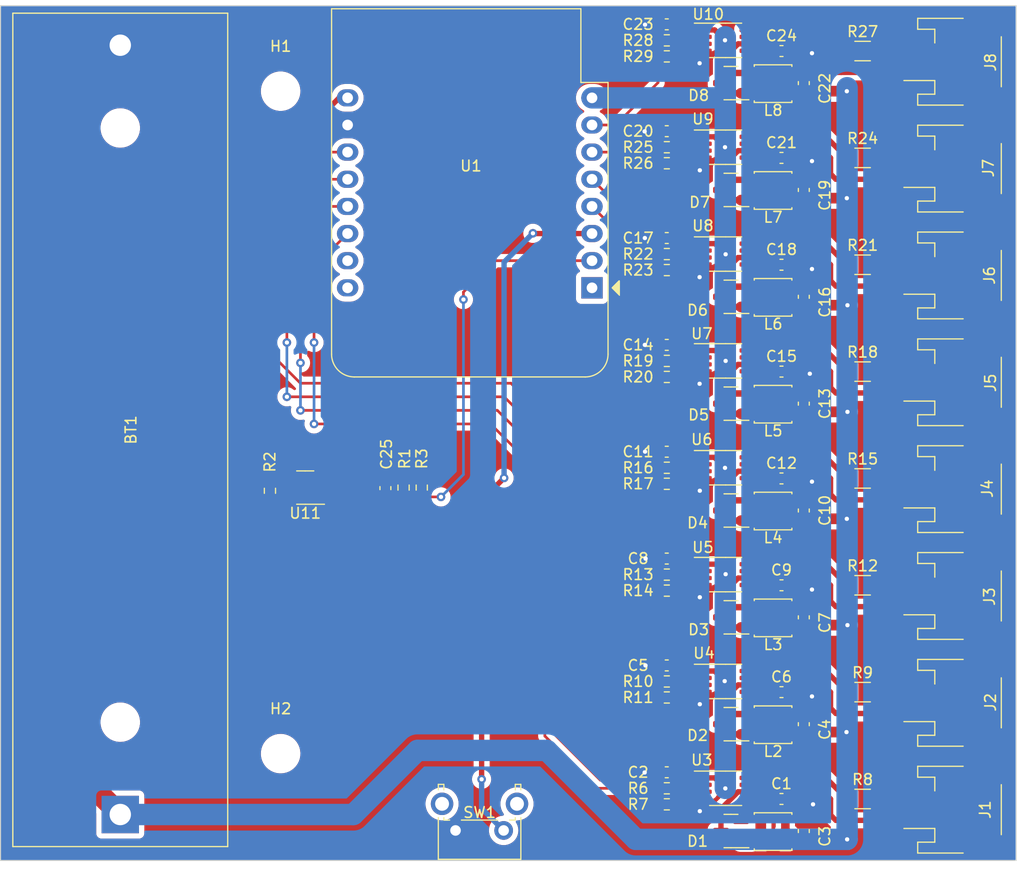
<source format=kicad_pcb>
(kicad_pcb (version 20221018) (generator pcbnew)
  (layers (0 "F.Cu" signal) (31 "B.Cu" signal) (34 "B.Paste" user) (35 "F.Paste" user) (36 "B.SilkS" user "B.Silkscreen") (37 "F.SilkS" user "F.Silkscreen") (38 "B.Mask" user) (39 "F.Mask" user) (44 "Edge.Cuts" user))
  (net 0 "")
  (net 1 "Net-(U1-A0)")
  (net 2 "Net-(U11-PROG)")
  (net 3 "GND")
  (net 4 "+3V3")
  (net 5 "+3V8")
  (net 6 "Net-(J1-Pin_1)")
  (net 7 "Net-(J1-Pin_2)")
  (net 8 "Net-(J2-Pin_1)")
  (net 9 "Net-(J2-Pin_2)")
  (net 10 "Net-(J3-Pin_1)")
  (net 11 "Net-(J3-Pin_2)")
  (net 12 "Net-(J4-Pin_1)")
  (net 13 "Net-(J4-Pin_2)")
  (net 14 "Net-(J5-Pin_1)")
  (net 15 "Net-(J5-Pin_2)")
  (net 16 "Net-(J6-Pin_1)")
  (net 17 "Net-(J6-Pin_2)")
  (net 18 "Net-(J7-Pin_1)")
  (net 19 "Net-(J7-Pin_2)")
  (net 20 "Net-(J8-Pin_1)")
  (net 21 "Net-(J8-Pin_2)")
  (net 22 "/EL Drivers/EN_0")
  (net 23 "Net-(U3-RSW-OSC)")
  (net 24 "Net-(U3-REL-OSC)")
  (net 25 "Net-(U3-VA)")
  (net 27 "Net-(U1-D0)")
  (net 28 "Net-(U1-5V)")
  (net 31 "Net-(D1-K)")
  (net 32 "Net-(D1-A)")
  (net 34 "Net-(D2-K)")
  (net 35 "Net-(D3-K)")
  (net 36 "Net-(D4-K)")
  (net 37 "Net-(D5-K)")
  (net 38 "Net-(D6-K)")
  (net 39 "Net-(D7-K)")
  (net 40 "Net-(D8-K)")
  (net 41 "Net-(D2-A)")
  (net 43 "Net-(D3-A)")
  (net 45 "Net-(D4-A)")
  (net 47 "Net-(D5-A)")
  (net 49 "Net-(D6-A)")
  (net 51 "Net-(D7-A)")
  (net 53 "Net-(D8-A)")
  (net 55 "Net-(U4-VA)")
  (net 56 "/EL Drivers/EN_1")
  (net 57 "Net-(U4-RSW-OSC)")
  (net 58 "Net-(U4-REL-OSC)")
  (net 59 "Net-(U5-VA)")
  (net 60 "/EL Drivers/EN_2")
  (net 61 "Net-(U5-RSW-OSC)")
  (net 62 "Net-(U5-REL-OSC)")
  (net 63 "Net-(U6-VA)")
  (net 64 "/EL Drivers/EN_3")
  (net 65 "Net-(U6-RSW-OSC)")
  (net 66 "Net-(U6-REL-OSC)")
  (net 67 "Net-(U7-VA)")
  (net 68 "/EL Drivers/EN_4")
  (net 69 "Net-(U7-RSW-OSC)")
  (net 70 "Net-(U7-REL-OSC)")
  (net 71 "Net-(U8-VA)")
  (net 72 "/EL Drivers/EN_5")
  (net 73 "Net-(U8-RSW-OSC)")
  (net 74 "Net-(U8-REL-OSC)")
  (net 75 "Net-(U9-VA)")
  (net 76 "/EL Drivers/EN_6")
  (net 77 "Net-(U9-RSW-OSC)")
  (net 78 "Net-(U9-REL-OSC)")
  (net 79 "Net-(U10-VA)")
  (net 80 "/EL Drivers/EN_7")
  (net 81 "Net-(U10-RSW-OSC)")
  (net 82 "Net-(U10-REL-OSC)")
  (footprint "Inductor_SMD:L_Changjiang_FNR3015S" (layer "F.Cu") (at 152.2625 77.295 180)
    (fp_text reference "L6")
    (fp_text value "220uH")
  )
  (footprint "Capacitor_SMD:C_0603_1608Metric" (layer "F.Cu") (at 142.3175 91.745 180)
    (fp_text reference "C11")
    (fp_text value "100nF 6.3V")
  )
  (footprint "Inductor_SMD:L_Changjiang_FNR3015S" (layer "F.Cu") (at 152.2625 117.295 180)
    (fp_text reference "L2")
    (fp_text value "220uH")
  )
  (footprint "Inductor_SMD:L_Changjiang_FNR3015S" (layer "F.Cu") (at 152.2625 97.295 180)
    (fp_text reference "L4")
    (fp_text value "220uH")
  )
  (footprint "Capacitor_SMD:C_0603_1608Metric" (layer "F.Cu") (at 142.3175 61.745 180)
    (fp_text reference "C20")
    (fp_text value "100nF 6.3V")
  )
  (footprint "Package_TO_SOT_SMD:SOT-23" (layer "F.Cu") (at 148.325 87.245 180)
    (fp_text reference "D5")
    (fp_text value "BAS21")
  )
  (footprint "Battery:BatteryHolder_MPD_BH-18650-PC2" (layer "F.Cu") (at 91.2 125.7 90)
    (fp_text reference "BT1")
    (fp_text value "Battery")
  )
  (footprint "Package_TO_SOT_SMD:SOT-23" (layer "F.Cu") (at 148.325 127.245 180)
    (fp_text reference "D1")
    (fp_text value "BAS21")
  )
  (footprint "Resistor_SMD:R_0603_1608Metric" (layer "F.Cu") (at 142.325 123.245)
    (fp_text reference "R6")
    (fp_text value "560k")
  )
  (footprint "Package_SO:MSOP-8_3x3mm_P0.65mm" (layer "F.Cu") (at 147.825 123.245)
    (fp_text reference "U3")
    (fp_text value "HV857MG-G")
  )
  (footprint "Package_TO_SOT_SMD:SOT-23" (layer "F.Cu") (at 148.325 97.245 180)
    (fp_text reference "D4")
    (fp_text value "BAS21")
  )
  (footprint "Resistor_SMD:R_0603_1608Metric" (layer "F.Cu") (at 142.325 84.745 180)
    (fp_text reference "R20")
    (fp_text value "2.0M")
  )
  (footprint "Inductor_SMD:L_Changjiang_FNR3015S" (layer "F.Cu") (at 152.2625 107.295 180)
    (fp_text reference "L3")
    (fp_text value "220uH")
  )
  (footprint "Resistor_SMD:R_0603_1608Metric" (layer "F.Cu") (at 117.7 95.1 -90)
    (fp_text reference "R1")
    (fp_text value "470k")
  )
  (footprint "Capacitor_SMD:C_0603_1608Metric" (layer "F.Cu") (at 142.3175 111.745 180)
    (fp_text reference "C5")
    (fp_text value "100nF 6.3V")
  )
  (footprint "Resistor_SMD:R_0603_1608Metric" (layer "F.Cu") (at 142.325 63.245)
    (fp_text reference "R25")
    (fp_text value "560k")
  )
  (footprint "Resistor_SMD:R_0603_1608Metric" (layer "F.Cu") (at 142.325 104.745 180)
    (fp_text reference "R14")
    (fp_text value "2.0M")
  )
  (footprint "Capacitor_SMD:C_0603_1608Metric" (layer "F.Cu") (at 155.1375 117.245 90)
    (fp_text reference "C4")
    (fp_text value "4.7uF 6.3V")
  )
  (footprint "Package_SO:MSOP-8_3x3mm_P0.65mm" (layer "F.Cu") (at 147.825 63.245)
    (fp_text reference "U9")
    (fp_text value "HV857MG-G")
  )
  (footprint "Resistor_SMD:R_1206_3216Metric" (layer "F.Cu") (at 160.6375 64.245)
    (fp_text reference "R24")
    (fp_text value "560k")
  )
  (footprint "Connector_JST:JST_PH_S2B-PH-SM4-TB_1x02-1MP_P2.00mm_Horizontal" (layer "F.Cu") (at 169.1 125.245 90)
    (fp_text reference "J1")
    (fp_text value "JST PH series")
  )
  (footprint "Connector_JST:JST_PH_S2B-PH-SM4-TB_1x02-1MP_P2.00mm_Horizontal" (layer "F.Cu") (at 169.1 95.245 90)
    (fp_text reference "J4")
    (fp_text value "JST PH series")
  )
  (footprint "Package_SO:MSOP-8_3x3mm_P0.65mm" (layer "F.Cu") (at 147.825 73.245)
    (fp_text reference "U8")
    (fp_text value "HV857MG-G")
  )
  (footprint "Inductor_SMD:L_Changjiang_FNR3015S" (layer "F.Cu") (at 152.2625 57.295 180)
    (fp_text reference "L8")
    (fp_text value "220uH")
  )
  (footprint "Resistor_SMD:R_1206_3216Metric" (layer "F.Cu") (at 160.6375 114.245)
    (fp_text reference "R9")
    (fp_text value "560k")
  )
  (footprint "Package_SO:MSOP-8_3x3mm_P0.65mm" (layer "F.Cu") (at 147.825 83.245)
    (fp_text reference "U7")
    (fp_text value "HV857MG-G")
  )
  (footprint "Capacitor_SMD:C_0603_1608Metric" (layer "F.Cu") (at 155.1375 67.245 90)
    (fp_text reference "C19")
    (fp_text value "4.7uF 6.3V")
  )
  (footprint "Resistor_SMD:R_1206_3216Metric" (layer "F.Cu") (at 160.6375 74.245)
    (fp_text reference "R21")
    (fp_text value "560k")
  )
  (footprint "Resistor_SMD:R_0603_1608Metric" (layer "F.Cu") (at 142.325 74.745 180)
    (fp_text reference "R23")
    (fp_text value "2.0M")
  )
  (footprint "Connector_JST:JST_PH_S2B-PH-SM4-TB_1x02-1MP_P2.00mm_Horizontal" (layer "F.Cu") (at 169.1 55.245 90)
    (fp_text reference "J8")
    (fp_text value "JST PH series")
  )
  (footprint "Resistor_SMD:R_0603_1608Metric" (layer "F.Cu") (at 142.325 103.245)
    (fp_text reference "R13")
    (fp_text value "560k")
  )
  (footprint "Resistor_SMD:R_1206_3216Metric" (layer "F.Cu") (at 160.6375 54.245)
    (fp_text reference "R27")
    (fp_text value "560k")
  )
  (footprint "Resistor_SMD:R_0603_1608Metric" (layer "F.Cu") (at 142.325 94.745 180)
    (fp_text reference "R17")
    (fp_text value "2.0M")
  )
  (footprint "Resistor_SMD:R_0603_1608Metric" (layer "F.Cu") (at 119.4 95.1 90)
    (fp_text reference "R3")
    (fp_text value "1M")
  )
  (footprint "Resistor_SMD:R_0603_1608Metric" (layer "F.Cu") (at 142.325 124.745 180)
    (fp_text reference "R7")
    (fp_text value "2.0M")
  )
  (footprint "Capacitor_SMD:C_0603_1608Metric" (layer "F.Cu") (at 142.3175 81.745 180)
    (fp_text reference "C14")
    (fp_text value "100nF 6.3V")
  )
  (footprint "Capacitor_SMD:C_0603_1608Metric" (layer "F.Cu") (at 153.05 74.245)
    (fp_text reference "C18")
    (fp_text value "3.3nF 100V")
  )
  (footprint "Capacitor_SMD:C_0603_1608Metric" (layer "F.Cu") (at 153.05 124.245)
    (fp_text reference "C1")
    (fp_text value "3.3nF 100V")
  )
  (footprint "Package_TO_SOT_SMD:SOT-23" (layer "F.Cu") (at 148.325 67.245 180)
    (fp_text reference "D7")
    (fp_text value "BAS21")
  )
  (footprint "Resistor_SMD:R_1206_3216Metric" (layer "F.Cu") (at 160.6375 124.245)
    (fp_text reference "R8")
    (fp_text value "560k")
  )
  (footprint "Resistor_SMD:R_0603_1608Metric" (layer "F.Cu") (at 142.325 114.745 180)
    (fp_text reference "R11")
    (fp_text value "2.0M")
  )
  (footprint "Capacitor_SMD:C_0603_1608Metric" (layer "F.Cu") (at 153.05 114.245)
    (fp_text reference "C6")
    (fp_text value "3.3nF 100V")
  )
  (footprint "Resistor_SMD:R_1206_3216Metric" (layer "F.Cu") (at 160.6375 94.245)
    (fp_text reference "R15")
    (fp_text value "560k")
  )
  (footprint "Inductor_SMD:L_Changjiang_FNR3015S" (layer "F.Cu") (at 152.2625 127.295 180)
    (fp_text reference "L1" hide)
    (fp_text value "220uH")
  )
  (footprint "Capacitor_SMD:C_0603_1608Metric" (layer "F.Cu") (at 142.3175 71.745 180)
    (fp_text reference "C17")
    (fp_text value "100nF 6.3V")
  )
  (footprint "Connector_JST:JST_PH_S2B-PH-SM4-TB_1x02-1MP_P2.00mm_Horizontal" (layer "F.Cu") (at 169.1 65.245 90)
    (fp_text reference "J7")
    (fp_text value "JST PH series")
  )
  (footprint "MountingHole:MountingHole_3.2mm_M3" (layer "F.Cu") (at 106.2 120)
    (fp_text reference "H2")
    (fp_text value "MountingHole")
  )
  (footprint "Resistor_SMD:R_0603_1608Metric" (layer "F.Cu") (at 142.325 64.745 180)
    (fp_text reference "R26")
    (fp_text value "2.0M")
  )
  (footprint "Package_TO_SOT_SMD:SOT-23-5" (layer "F.Cu") (at 108.5 95.1 180)
    (fp_text reference "U11")
    (fp_text value "MCP73812T-435I-OT")
  )
  (footprint "Resistor_SMD:R_0603_1608Metric" (layer "F.Cu") (at 142.325 83.245)
    (fp_text reference "R19")
    (fp_text value "560k")
  )
  (footprint "Capacitor_SMD:C_0603_1608Metric" (layer "F.Cu") (at 153.05 84.245)
    (fp_text reference "C15")
    (fp_text value "3.3nF 100V")
  )
  (footprint "Package_SO:MSOP-8_3x3mm_P0.65mm" (layer "F.Cu") (at 147.825 53.245)
    (fp_text reference "U10")
    (fp_text value "HV857MG-G")
  )
  (footprint "Resistor_SMD:R_0603_1608Metric" (layer "F.Cu") (at 105.2 95.4 -90)
    (fp_text reference "R2")
    (fp_text value "2k")
  )
  (footprint "Capacitor_SMD:C_0603_1608Metric" (layer "F.Cu") (at 142.3175 101.745 180)
    (fp_text reference "C8")
    (fp_text value "100nF 6.3V")
  )
  (footprint "Capacitor_SMD:C_0603_1608Metric" (layer "F.Cu") (at 153.05 94.245)
    (fp_text reference "C12")
    (fp_text value "3.3nF 100V")
  )
  (footprint "Capacitor_SMD:C_0603_1608Metric" (layer "F.Cu") (at 155.1375 87.245 90)
    (fp_text reference "C13")
    (fp_text value "4.7uF 6.3V")
  )
  (footprint "Capacitor_SMD:C_0603_1608Metric" (layer "F.Cu") (at 155.1375 57.245 90)
    (fp_text reference "C22")
    (fp_text value "4.7uF 6.3V")
  )
  (footprint "Inductor_SMD:L_Changjiang_FNR3015S" (layer "F.Cu") (at 152.2625 67.295 180)
    (fp_text reference "L7")
    (fp_text value "220uH")
  )
  (footprint "Capacitor_SMD:C_0603_1608Metric" (layer "F.Cu") (at 142.3175 51.745 180)
    (fp_text reference "C23")
    (fp_text value "100nF 6.3V")
  )
  (footprint "Resistor_SMD:R_0603_1608Metric" (layer "F.Cu") (at 142.325 54.745 180)
    (fp_text reference "R29")
    (fp_text value "2.0M")
  )
  (footprint "Capacitor_SMD:C_0603_1608Metric" (layer "F.Cu") (at 155.1375 97.245 90)
    (fp_text reference "C10")
    (fp_text value "4.7uF 6.3V")
  )
  (footprint "Resistor_SMD:R_1206_3216Metric" (layer "F.Cu") (at 160.6375 84.245)
    (fp_text reference "R18")
    (fp_text value "560k")
  )
  (footprint "Package_SO:MSOP-8_3x3mm_P0.65mm" (layer "F.Cu") (at 147.825 103.245)
    (fp_text reference "U5")
    (fp_text value "HV857MG-G")
  )
  (footprint "Resistor_SMD:R_0603_1608Metric" (layer "F.Cu") (at 142.325 53.245)
    (fp_text reference "R28")
    (fp_text value "560k")
  )
  (footprint "Capacitor_SMD:C_0603_1608Metric" (layer "F.Cu") (at 153.05 54.245)
    (fp_text reference "C24")
    (fp_text value "3.3nF 100V")
  )
  (footprint "Module:WEMOS_D1_mini_light" (layer "F.Cu") (at 135.325 76.405 180)
    (fp_text reference "U1")
    (fp_text value "WeMos_D1_mini")
  )
  (footprint "Package_SO:MSOP-8_3x3mm_P0.65mm" (layer "F.Cu") (at 147.825 93.245)
    (fp_text reference "U6")
    (fp_text value "HV857MG-G")
  )
  (footprint "Resistor_SMD:R_0603_1608Metric" (layer "F.Cu") (at 142.325 113.245)
    (fp_text reference "R10")
    (fp_text value "560k")
  )
  (footprint "Resistor_SMD:R_0603_1608Metric" (layer "F.Cu") (at 142.325 93.245)
    (fp_text reference "R16")
    (fp_text value "560k")
  )
  (footprint "Package_TO_SOT_SMD:SOT-23" (layer "F.Cu") (at 148.325 117.245 180)
    (fp_text reference "D2")
    (fp_text value "BAS21")
  )
  (footprint "Capacitor_SMD:C_0603_1608Metric" (layer "F.Cu") (at 142.3175 121.745 180)
    (fp_text reference "C2")
    (fp_text value "100nF 6.3V")
  )
  (footprint "MountingHole:MountingHole_3.2mm_M3" (layer "F.Cu") (at 106.2 58)
    (fp_text reference "H1")
    (fp_text value "MountingHole")
  )
  (footprint "Package_TO_SOT_SMD:SOT-23" (layer "F.Cu") (at 148.325 107.245 180)
    (fp_text reference "D3")
    (fp_text value "BAS21")
  )
  (footprint "Package_TO_SOT_SMD:SOT-23" (layer "F.Cu") (at 148.325 57.245 180)
    (fp_text reference "D8")
    (fp_text value "BAS21")
  )
  (footprint "Button_Switch_THT:SW_Tactile_SPST_Angled_PTS645Vx31-2LFS" (layer "F.Cu") (at 127.06 127.19 180)
    (fp_text reference "SW1")
    (fp_text value "SW_Push")
  )
  (footprint "Connector_JST:JST_PH_S2B-PH-SM4-TB_1x02-1MP_P2.00mm_Horizontal" (layer "F.Cu") (at 169.1 85.245 90)
    (fp_text reference "J5")
    (fp_text value "JST PH series")
  )
  (footprint "Resistor_SMD:R_1206_3216Metric" (layer "F.Cu") (at 160.6375 104.245)
    (fp_text reference "R12")
    (fp_text value "560k")
  )
  (footprint "Package_SO:MSOP-8_3x3mm_P0.65mm" (layer "F.Cu") (at 147.825 113.245)
    (fp_text reference "U4")
    (fp_text value "HV857MG-G")
  )
  (footprint "Inductor_SMD:L_Changjiang_FNR3015S" (layer "F.Cu") (at 152.2625 87.295 180)
    (fp_text reference "L5")
    (fp_text value "220uH")
  )
  (footprint "Capacitor_SMD:C_0603_1608Metric" (layer "F.Cu") (at 155.1375 127.245 90)
    (fp_text reference "C3")
    (fp_text value "4.7uF 6.3V")
  )
  (footprint "Capacitor_SMD:C_0603_1608Metric" (layer "F.Cu") (at 155.1375 107.245 90)
    (fp_text reference "C7")
    (fp_text value "4.7uF 6.3V")
  )
  (footprint "Capacitor_SMD:C_0603_1608Metric" (layer "F.Cu") (at 153.05 104.245)
    (fp_text reference "C9")
    (fp_text value "3.3nF 100V")
  )
  (footprint "Connector_JST:JST_PH_S2B-PH-SM4-TB_1x02-1MP_P2.00mm_Horizontal" (layer "F.Cu") (at 169.1 105.245 90)
    (fp_text reference "J3")
    (fp_text value "JST PH series")
  )
  (footprint "Package_TO_SOT_SMD:SOT-23" (layer "F.Cu") (at 148.325 77.245 180)
    (fp_text reference "D6")
    (fp_text value "BAS21")
  )
  (footprint "Connector_JST:JST_PH_S2B-PH-SM4-TB_1x02-1MP_P2.00mm_Horizontal" (layer "F.Cu") (at 169.1 75.245 90)
    (fp_text reference "J6")
    (fp_text value "JST PH series")
  )
  (footprint "Resistor_SMD:R_0603_1608Metric" (layer "F.Cu") (at 142.325 73.245)
    (fp_text reference "R22")
    (fp_text value "560k")
  )
  (footprint "Capacitor_SMD:C_0603_1608Metric" (layer "F.Cu") (at 153.05 64.245)
    (fp_text reference "C21")
    (fp_text value "3.3nF 100V")
  )
  (footprint "Connector_JST:JST_PH_S2B-PH-SM4-TB_1x02-1MP_P2.00mm_Horizontal" (layer "F.Cu") (at 169.1 115.245 90)
    (fp_text reference "J2")
    (fp_text value "JST PH series")
  )
  (footprint "Capacitor_SMD:C_0603_1608Metric" (layer "F.Cu") (at 155.1375 77.245 90)
    (fp_text reference "C16")
    (fp_text value "4.7uF 6.3V")
  )
  (footprint "Capacitor_SMD:C_0603_1608Metric" (layer "F.Cu") (at 116 95.15 -90)
    (fp_text reference "C25")
    (fp_text value "4.7uF 6.3V")
  )
  (gr_rect (start 80 50) (end 175 130) (stroke (width 0.1)) (fill none) (layer "Edge.Cuts"))
  (segment (start 117.7 95.925) (end 119.4 95.925) (width 0.5) (layer "F.Cu") (net 1))
  (segment (start 121.2 95.975) (end 119.45 95.975) (width 0.25) (layer "F.Cu") (net 1))
  (segment (start 123.3 76.8) (end 123.3 77.5) (width 0.25) (layer "F.Cu") (net 1))
  (segment (start 135.325 73.865) (end 126.235 73.865) (width 0.25) (layer "F.Cu") (net 1))
  (segment (start 119.45 95.975) (end 119.4 95.925) (width 0.25) (layer "F.Cu") (net 1))
  (segment (start 126.235 73.865) (end 123.3 76.8) (width 0.25) (layer "F.Cu") (net 1))
  (via (at 123.3 77.5) (size 0.8) (drill 0.4) (layers "F.Cu" "B.Cu") (net 1))
  (via (at 121.2 95.975) (size 0.8) (drill 0.4) (layers "F.Cu" "B.Cu") (net 1))
  (segment (start 123.3 77.5) (end 123.3 93.875) (width 0.25) (layer "B.Cu") (net 1))
  (segment (start 123.3 93.875) (end 121.2 95.975) (width 0.25) (layer "B.Cu") (net 1))
  (segment (start 105.375 96.05) (end 105.2 96.225) (width 0.5) (layer "F.Cu") (net 2))
  (segment (start 107.3625 96.05) (end 105.375 96.05) (width 0.5) (layer "F.Cu") (net 2))
  (segment (start 155.1375 124.745) (end 155.1375 126.47) (width 1) (layer "F.Cu") (net 3))
  (segment (start 141.15 91.735) (end 140.2875 91.735) (width 1) (layer "F.Cu") (net 3))
  (segment (start 155.1375 74.745) (end 155.1375 76.47) (width 1) (layer "F.Cu") (net 3))
  (segment (start 154.6375 74.245) (end 153.825 74.245) (width 1) (layer "F.Cu") (net 3))
  (segment (start 141.13 81.745) (end 140.2675 81.745) (width 1) (layer "F.Cu") (net 3))
  (segment (start 155.1375 114.745) (end 155.1375 116.47) (width 1) (layer "F.Cu") (net 3))
  (segment (start 154.6375 104.245) (end 153.825 104.245) (width 1) (layer "F.Cu") (net 3))
  (segment (start 155.0375 104.645) (end 155.9 104.645) (width 1) (layer "F.Cu") (net 3))
  (segment (start 154.6375 124.245) (end 153.825 124.245) (width 1) (layer "F.Cu") (net 3))
  (segment (start 145.41 114.5125) (end 145.41 115.375) (width 1) (layer "F.Cu") (net 3))
  (segment (start 154.6375 124.245) (end 155.1375 124.745) (width 1) (layer "F.Cu") (net 3))
  (segment (start 154.6375 64.245) (end 153.825 64.245) (width 1) (layer "F.Cu") (net 3))
  (segment (start 154.6375 114.245) (end 155.1375 114.745) (width 1) (layer "F.Cu") (net 3))
  (segment (start 141.2 101.745) (end 140.3375 101.745) (width 1) (layer "F.Cu") (net 3))
  (segment (start 145.41 94.5325) (end 145.41 95.395) (width 1) (layer "F.Cu") (net 3))
  (segment (start 154.6375 54.245) (end 155.1375 54.745) (width 1) (layer "F.Cu") (net 3))
  (segment (start 155.1375 124.745) (end 156 124.745) (width 1) (layer "F.Cu") (net 3))
  (segment (start 145.41 124.5225) (end 145.41 125.385) (width 1) (layer "F.Cu") (net 3))
  (segment (start 141.19 111.745) (end 140.3275 111.745) (width 1) (layer "F.Cu") (net 3))
  (segment (start 154.6375 64.245) (end 155.1375 64.745) (width 1) (layer "F.Cu") (net 3))
  (segment (start 141.1125 121.765) (end 140.25 121.765) (width 1) (layer "F.Cu") (net 3))
  (segment (start 141.15 51.775) (end 140.2875 51.775) (width 1) (layer "F.Cu") (net 3))
  (segment (start 155.0375 94.545) (end 155.9 94.545) (width 1) (layer "F.Cu") (net 3))
  (segment (start 154.6375 84.245) (end 155.1375 84.745) (width 1) (layer "F.Cu") (net 3))
  (segment (start 155.1375 94.745) (end 155.1375 96.47) (width 1) (layer "F.Cu") (net 3))
  (segment (start 155.1375 84.745) (end 155.1375 86.47) (width 1) (layer "F.Cu") (net 3))
  (segment (start 141.11 61.765) (end 140.2475 61.765) (width 1) (layer "F.Cu") (net 3))
  (segment (start 155.0375 74.645) (end 155.9 74.645) (width 1) (layer "F.Cu") (net 3))
  (segment (start 145.39 84.5225) (end 145.39 85.385) (width 1) (layer "F.Cu") (net 3))
  (segment (start 155.1375 104.745) (end 155.1375 106.47) (width 1) (layer "F.Cu") (net 3))
  (segment (start 155.1375 64.745) (end 155.1375 66.47) (width 1) (layer "F.Cu") (net 3))
  (segment (start 154.6375 94.245) (end 153.825 94.245) (width 1) (layer "F.Cu") (net 3))
  (segment (start 155.0375 64.545) (end 155.9 64.545) (width 1) (layer "F.Cu") (net 3))
  (segment (start 154.6375 84.245) (end 153.825 84.245) (width 1) (layer "F.Cu") (net 3))
  (segment (start 154.6375 104.245) (end 155.1375 104.745) (width 1) (layer "F.Cu") (net 3))
  (segment (start 154.6375 74.245) (end 155.1375 74.745) (width 1) (layer "F.Cu") (net 3))
  (segment (start 145.39 74.5425) (end 145.39 75.405) (width 1) (layer "F.Cu") (net 3))
  (segment (start 145.39 54.52375) (end 145.39 55.38625) (width 1) (layer "F.Cu") (net 3))
  (segment (start 154.6375 54.245) (end 153.825 54.245) (width 1) (layer "F.Cu") (net 3))
  (segment (start 141.13 71.745) (end 140.2675 71.745) (width 1) (layer "F.Cu") (net 3))
  (segment (start 154.6375 114.245) (end 153.825 114.245) (width 1) (layer "F.Cu") (net 3))
  (segment (start 145.41 64.5425) (end 145.41 65.405) (width 1) (layer "F.Cu") (net 3))
  (segment (start 154.8375 84.445) (end 155.7 84.445) (width 1) (layer "F.Cu") (net 3))
  (segment (start 155.0375 114.645) (end 155.9 114.645) (width 1) (layer "F.Cu") (net 3))
  (segment (start 155.0375 54.445) (end 155.9 54.445) (width 1) (layer "F.Cu") (net 3))
  (segment (start 154.6375 94.245) (end 155.1375 94.745) (width 1) (layer "F.Cu") (net 3))
  (segment (start 145.41 104.5025) (end 145.41 105.365) (width 1) (layer "F.Cu") (net 3))
  (segment (start 155.1375 54.745) (end 155.1375 56.47) (width 1) (layer "F.Cu") (net 3))
  (via (at 145.41 125.385) (size 0.8) (drill 0.4) (layers "F.Cu" "B.Cu") (net 3))
  (via (at 145.41 105.365) (size 0.8) (drill 0.4) (layers "F.Cu" "B.Cu") (net 3))
  (via (at 155.9 74.645) (size 0.8) (drill 0.4) (layers "F.Cu" "B.Cu") (net 3))
  (via (at 140.2475 61.765) (size 0.8) (drill 0.4) (layers "F.Cu" "B.Cu") (net 3))
  (via (at 140.2675 81.745) (size 0.8) (drill 0.4) (layers "F.Cu" "B.Cu") (net 3))
  (via (at 145.39 85.385) (size 0.8) (drill 0.4) (layers "F.Cu" "B.Cu") (net 3))
  (via (at 140.2675 71.745) (size 0.8) (drill 0.4) (layers "F.Cu" "B.Cu") (net 3))
  (via (at 155.9 94.545) (size 0.8) (drill 0.4) (layers "F.Cu" "B.Cu") (net 3))
  (via (at 155.7 84.445) (size 0.8) (drill 0.4) (layers "F.Cu" "B.Cu") (net 3))
  (via (at 140.2875 91.735) (size 0.8) (drill 0.4) (layers "F.Cu" "B.Cu") (net 3))
  (via (at 140.25 121.765) (size 0.8) (drill 0.4) (layers "F.Cu" "B.Cu") (net 3))
  (via (at 155.9 114.645) (size 0.8) (drill 0.4) (layers "F.Cu" "B.Cu") (net 3))
  (via (at 145.41 115.375) (size 0.8) (drill 0.4) (layers "F.Cu" "B.Cu") (net 3))
  (via (at 155.9 104.645) (size 0.8) (drill 0.4) (layers "F.Cu" "B.Cu") (net 3))
  (via (at 145.39 75.405) (size 0.8) (drill 0.4) (layers "F.Cu" "B.Cu") (net 3))
  (via (at 140.3375 101.745) (size 0.8) (drill 0.4) (layers "F.Cu" "B.Cu") (net 3))
  (via (at 145.41 95.395) (size 0.8) (drill 0.4) (layers "F.Cu" "B.Cu") (net 3))
  (via (at 140.3275 111.745) (size 0.8) (drill 0.4) (layers "F.Cu" "B.Cu") (net 3))
  (via (at 155.9 64.545) (size 0.8) (drill 0.4) (layers "F.Cu" "B.Cu") (net 3))
  (via (at 140.2875 51.775) (size 0.8) (drill 0.4) (layers "F.Cu" "B.Cu") (net 3))
  (via (at 145.39 55.38625) (size 0.8) (drill 0.4) (layers "F.Cu" "B.Cu") (net 3))
  (via (at 156 124.745) (size 0.8) (drill 0.4) (layers "F.Cu" "B.Cu") (net 3))
  (via (at 155.9 54.445) (size 0.8) (drill 0.4) (layers "F.Cu" "B.Cu") (net 3))
  (via (at 145.41 65.405) (size 0.8) (drill 0.4) (layers "F.Cu" "B.Cu") (net 3))
  (segment (start 144.4125 112.27) (end 145.7125 112.27) (width 0.5) (layer "F.Cu") (net 4))
  (segment (start 143.0925 111.745) (end 143.8875 111.745) (width 0.5) (layer "F.Cu") (net 4))
  (segment (start 143.8875 111.745) (end 144.4125 112.27) (width 0.5) (layer "F.Cu") (net 4))
  (segment (start 145.7125 72.27) (end 146.83 72.27) (width 0.5) (layer "F.Cu") (net 4))
  (segment (start 145.7125 82.27) (end 146.85 82.27) (width 0.5) (layer "F.Cu") (net 4))
  (segment (start 143.0925 71.745) (end 143.8875 71.745) (width 0.5) (layer "F.Cu") (net 4))
  (segment (start 146.83 72.27) (end 147.825 73.265) (width 0.5) (layer "F.Cu") (net 4))
  (segment (start 144.4125 72.27) (end 145.7125 72.27) (width 0.5) (layer "F.Cu") (net 4))
  (segment (start 144.4125 52.27) (end 145.7125 52.27) (width 0.5) (layer "F.Cu") (net 4))
  (segment (start 143.0925 91.745) (end 143.8875 91.745) (width 0.5) (layer "F.Cu") (net 4))
  (segment (start 143.8875 91.745) (end 144.4125 92.27) (width 0.5) (layer "F.Cu") (net 4))
  (segment (start 146.89 102.27) (end 147.825 103.205) (width 0.5) (layer "F.Cu") (net 4))
  (segment (start 146.85 82.27) (end 147.825 83.245) (width 0.5) (layer "F.Cu") (net 4))
  (segment (start 144.4125 122.27) (end 145.7125 122.27) (width 0.5) (layer "F.Cu") (net 4))
  (segment (start 146.79 62.27) (end 147.765 63.245) (width 0.5) (layer "F.Cu") (net 4))
  (segment (start 143.0925 51.745) (end 143.8875 51.745) (width 0.5) (layer "F.Cu") (net 4))
  (segment (start 146.79 112.27) (end 147.735 113.215) (width 0.5) (layer "F.Cu") (net 4))
  (segment (start 143.0925 121.745) (end 143.8875 121.745) (width 0.5) (layer "F.Cu") (net 4))
  (segment (start 143.8875 101.745) (end 144.4125 102.27) (width 0.5) (layer "F.Cu") (net 4))
  (segment (start 146.8 52.27) (end 147.765 53.235) (width 0.5) (layer "F.Cu") (net 4))
  (segment (start 145.7125 52.27) (end 146.8 52.27) (width 0.5) (layer "F.Cu") (net 4))
  (segment (start 143.0925 101.745) (end 143.8875 101.745) (width 0.5) (layer "F.Cu") (net 4))
  (segment (start 145.7125 92.27) (end 146.78 92.27) (width 0.5) (layer "F.Cu") (net 4))
  (segment (start 144.4125 82.27) (end 145.7125 82.27) (width 0.5) (layer "F.Cu") (net 4))
  (segment (start 146.78 92.27) (end 147.765 93.255) (width 0.5) (layer "F.Cu") (net 4))
  (segment (start 144.4125 92.27) (end 145.7125 92.27) (width 0.5) (layer "F.Cu") (net 4))
  (segment (start 143.8875 61.745) (end 144.4125 62.27) (width 0.5) (layer "F.Cu") (net 4))
  (segment (start 143.8875 71.745) (end 144.4125 72.27) (width 0.5) (layer "F.Cu") (net 4))
  (segment (start 143.8875 81.745) (end 144.4125 82.27) (width 0.5) (layer "F.Cu") (net 4))
  (segment (start 145.7125 62.27) (end 146.79 62.27) (width 0.5) (layer "F.Cu") (net 4))
  (segment (start 145.7125 102.27) (end 146.89 102.27) (width 0.5) (layer "F.Cu") (net 4))
  (segment (start 143.8875 121.745) (end 144.4125 122.27) (width 0.5) (layer "F.Cu") (net 4))
  (segment (start 145.7125 112.27) (end 146.79 112.27) (width 0.5) (layer "F.Cu") (net 4))
  (segment (start 146.81 122.27) (end 147.795 123.255) (width 0.5) (layer "F.Cu") (net 4))
  (segment (start 144.4125 102.27) (end 145.7125 102.27) (width 0.5) (layer "F.Cu") (net 4))
  (segment (start 143.8875 51.745) (end 144.4125 52.27) (width 0.5) (layer "F.Cu") (net 4))
  (segment (start 145.7125 122.27) (end 146.81 122.27) (width 0.5) (layer "F.Cu") (net 4))
  (segment (start 144.4125 62.27) (end 145.7125 62.27) (width 0.5) (layer "F.Cu") (net 4))
  (segment (start 143.0925 81.745) (end 143.8875 81.745) (width 0.5) (layer "F.Cu") (net 4))
  (segment (start 143.0925 61.745) (end 143.8875 61.745) (width 0.5) (layer "F.Cu") (net 4))
  (via (at 147.735 113.215) (size 0.8) (drill 0.4) (layers "F.Cu" "B.Cu") (net 4))
  (via (at 147.765 63.245) (size 0.8) (drill 0.4) (layers "F.Cu" "B.Cu") (net 4))
  (via (at 147.795 123.255) (size 0.8) (drill 0.4) (layers "F.Cu" "B.Cu") (net 4))
  (via (at 147.765 53.235) (size 0.8) (drill 0.4) (layers "F.Cu" "B.Cu") (net 4))
  (via (at 147.825 83.245) (size 0.8) (drill 0.4) (layers "F.Cu" "B.Cu") (net 4))
  (via (at 147.765 93.255) (size 0.8) (drill 0.4) (layers "F.Cu" "B.Cu") (net 4))
  (via (at 147.825 103.205) (size 0.8) (drill 0.4) (layers "F.Cu" "B.Cu") (net 4))
  (via (at 147.825 73.265) (size 0.8) (drill 0.4) (layers "F.Cu" "B.Cu") (net 4))
  (segment (start 135.325 58.625) (end 147.77 58.625) (width 2) (layer "B.Cu") (net 4))
  (segment (start 147.795 52.905) (end 147.795 58.6) (width 2) (layer "B.Cu") (net 4))
  (segment (start 147.795 58.6) (end 147.795 123.255) (width 2) (layer "B.Cu") (net 4))
  (segment (start 155.1075 58) (end 159.145 58) (width 1) (layer "F.Cu") (net 5))
  (segment (start 155.1675 107.97) (end 159.205 107.97) (width 1) (layer "F.Cu") (net 5))
  (segment (start 155.1375 118.02) (end 154.1375 118.02) (width 1) (layer "F.Cu") (net 5))
  (segment (start 155.1375 78.02) (end 154.1375 78.02) (width 1) (layer "F.Cu") (net 5))
  (segment (start 155.0775 117.98) (end 159.115 117.98) (width 1) (layer "F.Cu") (net 5))
  (segment (start 113.7 102.575) (end 113.7 94.425) (width 2) (layer "F.Cu") (net 5))
  (segment (start 154.1375 128.02) (end 153.4125 127.295) (width 1) (layer "F.Cu") (net 5))
  (segment (start 112 94.15) (end 115.75 94.15) (width 0.5) (layer "F.Cu") (net 5))
  (segment (start 155.1375 58.02) (end 154.1375 58.02) (width 1) (layer "F.Cu") (net 5))
  (segment (start 154.1375 118.02) (end 153.4125 117.295) (width 1) (layer "F.Cu") (net 5))
  (segment (start 116 94.375) (end 117.6 94.375) (width 0.5) (layer "F.Cu") (net 5))
  (segment (start 91.2 125.7) (end 86 120.5) (width 2) (layer "F.Cu") (net 5))
  (segment (start 155.1075 98.02) (end 159.145 98.02) (width 1) (layer "F.Cu") (net 5))
  (segment (start 154.1375 58.02) (end 153.4125 57.295) (width 1) (layer "F.Cu") (net 5))
  (segment (start 117.6 94.375) (end 117.7 94.275) (width 0.5) (layer "F.Cu") (net 5))
  (segment (start 154.1375 68.02) (end 153.4125 67.295) (width 1) (layer "F.Cu") (net 5))
  (segment (start 155.1375 128.02) (end 159.175 128.02) (width 1) (layer "F.Cu") (net 5))
  (segment (start 155.1675 88.01) (end 159.205 88.01) (width 1) (layer "F.Cu") (net 5))
  (segment (start 155.1375 128.02) (end 154.1375 128.02) (width 1) (layer "F.Cu") (net 5))
  (segment (start 109.6375 94.15) (end 112 94.15) (width 0.5) (layer "F.Cu") (net 5))
  (segment (start 154.1375 88.02) (end 153.4125 87.295) (width 1) (layer "F.Cu") (net 5))
  (segment (start 86 112) (end 92.2 105.8) (width 2) (layer "F.Cu") (net 5))
  (segment (start 155.1375 98.02) (end 154.1375 98.02) (width 1) (layer "F.Cu") (net 5))
  (segment (start 86 120.5) (end 86 112) (width 2) (layer "F.Cu") (net 5))
  (segment (start 154.1375 98.02) (end 153.4125 97.295) (width 1) (layer "F.Cu") (net 5))
  (segment (start 155.1375 68.02) (end 154.1375 68.02) (width 1) (layer "F.Cu") (net 5))
  (segment (start 155.1675 78.03) (end 159.205 78.03) (width 1) (layer "F.Cu") (net 5))
  (segment (start 155.1375 108.02) (end 154.1375 108.02) (width 1) (layer "F.Cu") (net 5))
  (segment (start 92.2 105.8) (end 110.475 105.8) (width 2) (layer "F.Cu") (net 5))
  (segment (start 154.1375 108.02) (end 153.4125 107.295) (width 1) (layer "F.Cu") (net 5))
  (segment (start 154.1375 78.02) (end 153.4125 77.295) (width 1) (layer "F.Cu") (net 5))
  (segment (start 155.1375 88.02) (end 154.1375 88.02) (width 1) (layer "F.Cu") (net 5))
  (segment (start 155.1075 68.01) (end 159.145 68.01) (width 1) (layer "F.Cu") (net 5))
  (segment (start 110.475 105.8) (end 113.7 102.575) (width 2) (layer "F.Cu") (net 5))
  (via (at 159.16 68.015) (size 0.8) (drill 0.4) (layers "F.Cu" "B.Cu") (net 5))
  (via (at 159.19 128.025) (size 0.8) (drill 0.4) (layers "F.Cu" "B.Cu") (net 5))
  (via (at 159.22 107.975) (size 0.8) (drill 0.4) (layers "F.Cu" "B.Cu") (net 5))
  (via (at 159.22 78.035) (size 0.8) (drill 0.4) (layers "F.Cu" "B.Cu") (net 5))
  (via (at 159.13 117.985) (size 0.8) (drill 0.4) (layers "F.Cu" "B.Cu") (net 5))
  (via (at 159.22 88.015) (size 0.8) (drill 0.4) (layers "F.Cu" "B.Cu") (net 5))
  (via (at 159.16 98.025) (size 0.8) (drill 0.4) (layers "F.Cu" "B.Cu") (net 5))
  (via (at 159.16 58.005) (size 0.8) (drill 0.4) (layers "F.Cu" "B.Cu") (net 5))
  (segment (start 139.425 128.025) (end 131.1 119.7) (width 2) (layer "B.Cu") (net 5))
  (segment (start 159.19 128.025) (end 139.425 128.025) (width 2) (layer "B.Cu") (net 5))
  (segment (start 119 119.7) (end 113 125.7) (width 2) (layer "B.Cu") (net 5))
  (segment (start 159.19 128.025) (end 159.19 126.9) (width 2) (layer "B.Cu") (net 5))
  (segment (start 113 125.7) (end 91.2 125.7) (width 2) (layer "B.Cu") (net 5))
  (segment (start 159.19 126.9) (end 159.19 57.675) (width 2) (layer "B.Cu") (net 5))
  (segment (start 131.1 119.7) (end 119 119.7) (width 2) (layer "B.Cu") (net 5))
  (segment (start 158.1375 126.245) (end 157.6375 125.745) (width 0.5) (layer "F.Cu") (net 6))
  (segment (start 149.9375 122.92) (end 152.0875 122.92) (width 0.25) (layer "F.Cu") (net 6))
  (segment (start 158.6375 126.245) (end 158.1375 126.245) (width 0.5) (layer "F.Cu") (net 6))
  (segment (start 165.7875 126.245) (end 158.6375 126.245) (width 0.5) (layer "F.Cu") (net 6))
  (segment (start 157.6375 125.745) (end 157.6375 124.245) (width 0.5) (layer "F.Cu") (net 6))
  (segment (start 152.0875 122.92) (end 152.1375 122.97) (width 0.25) (layer "F.Cu") (net 6))
  (segment (start 156.3625 122.97) (end 152.1375 122.97) (width 0.5) (layer "F.Cu") (net 6))
  (segment (start 157.6375 124.245) (end 156.3625 122.97) (width 0.5) (layer "F.Cu") (net 6))
  (segment (start 165.7875 124.245) (end 162.1 124.245) (width 0.5) (layer "F.Cu") (net 7))
  (segment (start 158.1375 116.245) (end 157.6375 115.745) (width 0.5) (layer "F.Cu") (net 8))
  (segment (start 165.7875 116.245) (end 158.6375 116.245) (width 0.5) (layer "F.Cu") (net 8))
  (segment (start 158.6375 116.245) (end 158.1375 116.245) (width 0.5) (layer "F.Cu") (net 8))
  (segment (start 149.9375 112.92) (end 152.0875 112.92) (width 0.25) (layer "F.Cu") (net 8))
  (segment (start 156.3625 112.97) (end 152.1375 112.97) (width 0.5) (layer "F.Cu") (net 8))
  (segment (start 157.6375 114.245) (end 156.3625 112.97) (width 0.5) (layer "F.Cu") (net 8))
  (segment (start 157.6375 115.745) (end 157.6375 114.245) (width 0.5) (layer "F.Cu") (net 8))
  (segment (start 152.0875 112.92) (end 152.1375 112.97) (width 0.25) (layer "F.Cu") (net 8))
  (segment (start 165.7875 114.245) (end 162.1 114.245) (width 0.5) (layer "F.Cu") (net 9))
  (segment (start 165.7875 106.245) (end 158.6375 106.245) (width 0.5) (layer "F.Cu") (net 10))
  (segment (start 157.6375 105.745) (end 157.6375 104.245) (width 0.5) (layer "F.Cu") (net 10))
  (segment (start 157.6375 104.245) (end 156.3625 102.97) (width 0.5) (layer "F.Cu") (net 10))
  (segment (start 152.0875 102.92) (end 152.1375 102.97) (width 0.25) (layer "F.Cu") (net 10))
  (segment (start 149.9375 102.92) (end 152.0875 102.92) (width 0.25) (layer "F.Cu") (net 10))
  (segment (start 158.6375 106.245) (end 158.1375 106.245) (width 0.5) (layer "F.Cu") (net 10))
  (segment (start 156.3625 102.97) (end 152.1375 102.97) (width 0.5) (layer "F.Cu") (net 10))
  (segment (start 158.1375 106.245) (end 157.6375 105.745) (width 0.5) (layer "F.Cu") (net 10))
  (segment (start 165.7875 104.245) (end 162.1 104.245) (width 0.5) (layer "F.Cu") (net 11))
  (segment (start 152.0875 92.92) (end 152.1375 92.97) (width 0.25) (layer "F.Cu") (net 12))
  (segment (start 149.9375 92.92) (end 152.0875 92.92) (width 0.25) (layer "F.Cu") (net 12))
  (segment (start 158.6375 96.245) (end 158.1375 96.245) (width 0.5) (layer "F.Cu") (net 12))
  (segment (start 165.7875 96.245) (end 158.6375 96.245) (width 0.5) (layer "F.Cu") (net 12))
  (segment (start 157.6375 94.245) (end 156.3625 92.97) (width 0.5) (layer "F.Cu") (net 12))
  (segment (start 158.1375 96.245) (end 157.6375 95.745) (width 0.5) (layer "F.Cu") (net 12))
  (segment (start 157.6375 95.745) (end 157.6375 94.245) (width 0.5) (layer "F.Cu") (net 12))
  (segment (start 156.3625 92.97) (end 152.1375 92.97) (width 0.5) (layer "F.Cu") (net 12))
  (segment (start 165.7875 94.245) (end 162.1 94.245) (width 0.5) (layer "F.Cu") (net 13))
  (segment (start 157.6375 84.245) (end 156.3625 82.97) (width 0.5) (layer "F.Cu") (net 14))
  (segment (start 152.0875 82.92) (end 152.1375 82.97) (width 0.25) (layer "F.Cu") (net 14))
  (segment (start 158.1375 86.245) (end 157.6375 85.745) (width 0.5) (layer "F.Cu") (net 14))
  (segment (start 149.9375 82.92) (end 152.0875 82.92) (width 0.25) (layer "F.Cu") (net 14))
  (segment (start 156.3625 82.97) (end 152.1375 82.97) (width 0.5) (layer "F.Cu") (net 14))
  (segment (start 158.6375 86.245) (end 158.1375 86.245) (width 0.5) (layer "F.Cu") (net 14))
  (segment (start 157.6375 85.745) (end 157.6375 84.245) (width 0.5) (layer "F.Cu") (net 14))
  (segment (start 165.7875 86.245) (end 158.6375 86.245) (width 0.5) (layer "F.Cu") (net 14))
  (segment (start 165.7875 84.245) (end 162.1 84.245) (width 0.5) (layer "F.Cu") (net 15))
  (segment (start 149.9375 72.92) (end 152.0875 72.92) (width 0.25) (layer "F.Cu") (net 16))
  (segment (start 156.3625 72.97) (end 152.1375 72.97) (width 0.5) (layer "F.Cu") (net 16))
  (segment (start 158.1375 76.245) (end 157.6375 75.745) (width 0.5) (layer "F.Cu") (net 16))
  (segment (start 152.0875 72.92) (end 152.1375 72.97) (width 0.25) (layer "F.Cu") (net 16))
  (segment (start 157.6375 74.245) (end 156.3625 72.97) (width 0.5) (layer "F.Cu") (net 16))
  (segment (start 165.7875 76.245) (end 158.6375 76.245) (width 0.5) (layer "F.Cu") (net 16))
  (segment (start 158.6375 76.245) (end 158.1375 76.245) (width 0.5) (layer "F.Cu") (net 16))
  (segment (start 157.6375 75.745) (end 157.6375 74.245) (width 0.5) (layer "F.Cu") (net 16))
  (segment (start 165.7875 74.245) (end 162.1 74.245) (width 0.5) (layer "F.Cu") (net 17))
  (segment (start 157.6375 64.245) (end 156.3625 62.97) (width 0.5) (layer "F.Cu") (net 18))
  (segment (start 149.9375 62.92) (end 152.0875 62.92) (width 0.25) (layer "F.Cu") (net 18))
  (segment (start 157.6375 65.745) (end 157.6375 64.245) (width 0.5) (layer "F.Cu") (net 18))
  (segment (start 152.0875 62.92) (end 152.1375 62.97) (width 0.25) (layer "F.Cu") (net 18))
  (segment (start 158.1375 66.245) (end 157.6375 65.745) (width 0.5) (layer "F.Cu") (net 18))
  (segment (start 156.3625 62.97) (end 152.1375 62.97) (width 0.5) (layer "F.Cu") (net 18))
  (segment (start 165.7875 66.245) (end 158.6375 66.245) (width 0.5) (layer "F.Cu") (net 18))
  (segment (start 158.6375 66.245) (end 158.1375 66.245) (width 0.5) (layer "F.Cu") (net 18))
  (segment (start 165.7875 64.245) (end 162.1 64.245) (width 0.5) (layer "F.Cu") (net 19))
  (segment (start 165.7875 56.245) (end 158.6375 56.245) (width 0.5) (layer "F.Cu") (net 20))
  (segment (start 156.3625 52.97) (end 152.1375 52.97) (width 0.5) (layer "F.Cu") (net 20))
  (segment (start 158.1375 56.245) (end 157.6375 55.745) (width 0.5) (layer "F.Cu") (net 20))
  (segment (start 157.6375 55.745) (end 157.6375 54.245) (width 0.5) (layer "F.Cu") (net 20))
  (segment (start 152.0875 52.92) (end 152.1375 52.97) (width 0.25) (layer "F.Cu") (net 20))
  (segment (start 158.6375 56.245) (end 158.1375 56.245) (width 0.5) (layer "F.Cu") (net 20))
  (segment (start 157.6375 54.245) (end 156.3625 52.97) (width 0.5) (layer "F.Cu") (net 20))
  (segment (start 149.9375 52.92) (end 152.0875 52.92) (width 0.25) (layer "F.Cu") (net 20))
  (segment (start 165.7875 54.245) (end 162.1 54.245) (width 0.5) (layer "F.Cu") (net 21))
  (segment (start 141.5 123.245) (end 135.805 123.245) (width 0.25) (layer "F.Cu") (net 22))
  (segment (start 130.915 94.225) (end 125.835 89.145) (width 0.25) (layer "F.Cu") (net 22))
  (segment (start 141.5 124.745) (end 141.5 123.245) (width 0.25) (layer "F.Cu") (net 22))
  (segment (start 130.915 94.225) (end 130.915 118.355) (width 0.25) (layer "F.Cu") (net 22))
  (segment (start 112.465 71.325) (end 109.325 74.465) (width 0.25) (layer "F.Cu") (net 22))
  (segment (start 135.805 123.245) (end 130.915 118.355) (width 0.25) (layer "F.Cu") (net 22))
  (segment (start 125.835 89.145) (end 109.325 89.145) (width 0.25) (layer "F.Cu") (net 22))
  (segment (start 109.325 74.465) (end 109.325 81.525) (width 0.25) (layer "F.Cu") (net 22))
  (via (at 109.325 81.525) (size 0.8) (drill 0.4) (layers "F.Cu" "B.Cu") (net 22))
  (via (at 109.325 89.145) (size 0.8) (drill 0.4) (layers "F.Cu" "B.Cu") (net 22))
  (segment (start 109.325 81.525) (end 109.325 89.145) (width 0.25) (layer "B.Cu") (net 22))
  (segment (start 143.475 122.92) (end 143.15 123.245) (width 0.25) (layer "F.Cu") (net 23))
  (segment (start 145.7125 122.92) (end 143.475 122.92) (width 0.25) (layer "F.Cu") (net 23))
  (segment (start 143.15 124.745) (end 144.325 123.57) (width 0.25) (layer "F.Cu") (net 24))
  (segment (start 144.325 123.57) (end 145.7125 123.57) (width 0.25) (layer "F.Cu") (net 24))
  (segment (start 157.2 122.27) (end 159.175 124.245) (width 0.5) (layer "F.Cu") (net 25))
  (segment (start 149.9375 122.27) (end 157.2 122.27) (width 0.5) (layer "F.Cu") (net 25))
  (segment (start 125 122.4) (end 125 96.9) (width 0.5) (layer "F.Cu") (net 27))
  (segment (start 125 96.3) (end 127.1 94.2) (width 0.5) (layer "F.Cu") (net 27))
  (segment (start 129.8 71.3) (end 129.825 71.325) (width 0.5) (layer "F.Cu") (net 27))
  (segment (start 125 96.9) (end 125 96.3) (width 0.5) (layer "F.Cu") (net 27))
  (segment (start 129.825 71.325) (end 135.325 71.325) (width 0.5) (layer "F.Cu") (net 27))
  (via (at 127.1 94.2) (size 0.8) (drill 0.4) (layers "F.Cu" "B.Cu") (net 27))
  (via (at 125 122.4) (size 0.8) (drill 0.4) (layers "F.Cu" "B.Cu") (net 27))
  (via (at 129.8 71.3) (size 0.8) (drill 0.4) (layers "F.Cu" "B.Cu") (net 27))
  (segment (start 127.06 127.19) (end 125 125.13) (width 0.5) (layer "B.Cu") (net 27))
  (segment (start 125 125.13) (end 125 122.4) (width 0.5) (layer "B.Cu") (net 27))
  (segment (start 127.1 74) (end 129.8 71.3) (width 0.5) (layer "B.Cu") (net 27))
  (segment (start 127.1 94.2) (end 127.1 74) (width 0.5) (layer "B.Cu") (net 27))
  (segment (start 103.8 88.5) (end 103.8 66.5) (width 0.5) (layer "F.Cu") (net 28))
  (segment (start 107.3625 94.15) (end 107.3625 92.0625) (width 0.5) (layer "F.Cu") (net 28))
  (segment (start 109.6375 96.05) (end 108.975001 96.05) (width 0.5) (layer "F.Cu") (net 28))
  (segment (start 108.5 95.2875) (end 108.5 95.574999) (width 0.5) (layer "F.Cu") (net 28))
  (segment (start 107.3625 92.0625) (end 103.8 88.5) (width 0.5) (layer "F.Cu") (net 28))
  (segment (start 107.3625 94.15) (end 108.5 95.2875) (width 0.5) (layer "F.Cu") (net 28))
  (segment (start 111.675 58.625) (end 112.465 58.625) (width 0.5) (layer "F.Cu") (net 28))
  (segment (start 108.975001 96.05) (end 108.5 95.574999) (width 0.5) (layer "F.Cu") (net 28))
  (segment (start 103.8 66.5) (end 111.675 58.625) (width 0.5) (layer "F.Cu") (net 28))
  (segment (start 147.3875 125.176912) (end 148.994412 123.57) (width 0.5) (layer "F.Cu") (net 31))
  (segment (start 152.275 123.745) (end 152.1 123.57) (width 0.25) (layer "F.Cu") (net 31))
  (segment (start 152.1 123.57) (end 149.9375 123.57) (width 0.25) (layer "F.Cu") (net 31))
  (segment (start 148.994412 123.57) (end 149.493997 123.57) (width 0.5) (layer "F.Cu") (net 31))
  (segment (start 147.3875 127.245) (end 147.3875 125.176912) (width 0.5) (layer "F.Cu") (net 31))
  (segment (start 151.1125 127.295) (end 151.1125 124.945) (width 1) (layer "F.Cu") (net 32))
  (segment (start 150.2125 128.195) (end 151.1125 127.295) (width 1) (layer "F.Cu") (net 32))
  (segment (start 149.2625 128.195) (end 150.2125 128.195) (width 1) (layer "F.Cu") (net 32))
  (segment (start 150.6375 124.47) (end 149.9375 124.47) (width 1) (layer "F.Cu") (net 32))
  (segment (start 151.1125 124.945) (end 150.6375 124.47) (width 1) (layer "F.Cu") (net 32))
  (segment (start 147.3875 115.176912) (end 148.994412 113.57) (width 0.5) (layer "F.Cu") (net 34))
  (segment (start 152.275 113.745) (end 152.1 113.57) (width 0.25) (layer "F.Cu") (net 34))
  (segment (start 147.3875 117.245) (end 147.3875 115.176912) (width 0.5) (layer "F.Cu") (net 34))
  (segment (start 148.994412 113.57) (end 149.493997 113.57) (width 0.5) (layer "F.Cu") (net 34))
  (segment (start 152.1 113.57) (end 149.9375 113.57) (width 0.25) (layer "F.Cu") (net 34))
  (segment (start 147.3875 107.245) (end 147.3875 105.176912) (width 0.5) (layer "F.Cu") (net 35))
  (segment (start 147.3875 105.176912) (end 148.994412 103.57) (width 0.5) (layer "F.Cu") (net 35))
  (segment (start 152.1 103.57) (end 149.9375 103.57) (width 0.25) (layer "F.Cu") (net 35))
  (segment (start 148.994412 103.57) (end 149.493997 103.57) (width 0.5) (layer "F.Cu") (net 35))
  (segment (start 152.275 103.745) (end 152.1 103.57) (width 0.25) (layer "F.Cu") (net 35))
  (segment (start 152.1 93.57) (end 149.9375 93.57) (width 0.25) (layer "F.Cu") (net 36))
  (segment (start 147.3875 95.176912) (end 148.994412 93.57) (width 0.5) (layer "F.Cu") (net 36))
  (segment (start 147.3875 97.245) (end 147.3875 95.176912) (width 0.5) (layer "F.Cu") (net 36))
  (segment (start 152.275 93.745) (end 152.1 93.57) (width 0.25) (layer "F.Cu") (net 36))
  (segment (start 148.994412 93.57) (end 149.493997 93.57) (width 0.5) (layer "F.Cu") (net 36))
  (segment (start 147.3875 87.245) (end 147.3875 85.176912) (width 0.5) (layer "F.Cu") (net 37))
  (segment (start 148.994412 83.57) (end 149.493997 83.57) (width 0.5) (layer "F.Cu") (net 37))
  (segment (start 152.1 83.57) (end 149.9375 83.57) (width 0.25) (layer "F.Cu") (net 37))
  (segment (start 147.3875 85.176912) (end 148.994412 83.57) (width 0.5) (layer "F.Cu") (net 37))
  (segment (start 152.275 83.745) (end 152.1 83.57) (width 0.25) (layer "F.Cu") (net 37))
  (segment (start 147.3875 75.176912) (end 148.994412 73.57) (width 0.5) (layer "F.Cu") (net 38))
  (segment (start 147.3875 77.245) (end 147.3875 75.176912) (width 0.5) (layer "F.Cu") (net 38))
  (segment (start 152.1 73.57) (end 149.9375 73.57) (width 0.25) (layer "F.Cu") (net 38))
  (segment (start 148.994412 73.57) (end 149.493997 73.57) (width 0.5) (layer "F.Cu") (net 38))
  (segment (start 152.275 73.745) (end 152.1 73.57) (width 0.25) (layer "F.Cu") (net 38))
  (segment (start 152.1 63.57) (end 149.9375 63.57) (width 0.25) (layer "F.Cu") (net 39))
  (segment (start 148.994412 63.57) (end 149.493997 63.57) (width 0.5) (layer "F.Cu") (net 39))
  (segment (start 147.3875 65.176912) (end 148.994412 63.57) (width 0.5) (layer "F.Cu") (net 39))
  (segment (start 147.3875 67.245) (end 147.3875 65.176912) (width 0.5) (layer "F.Cu") (net 39))
  (segment (start 152.275 63.745) (end 152.1 63.57) (width 0.25) (layer "F.Cu") (net 39))
  (segment (start 148.994412 53.57) (end 149.493997 53.57) (width 0.5) (layer "F.Cu") (net 40))
  (segment (start 147.3875 55.176912) (end 148.994412 53.57) (width 0.5) (layer "F.Cu") (net 40))
  (segment (start 147.3875 57.245) (end 147.3875 55.176912) (width 0.5) (layer "F.Cu") (net 40))
  (segment (start 152.1 53.57) (end 149.9375 53.57) (width 0.25) (layer "F.Cu") (net 40))
  (segment (start 152.275 53.745) (end 152.1 53.57) (width 0.25) (layer "F.Cu") (net 40))
  (segment (start 151.1125 114.945) (end 150.6375 114.47) (width 1) (layer "F.Cu") (net 41))
  (segment (start 149.2625 118.195) (end 150.2125 118.195) (width 1) (layer "F.Cu") (net 41))
  (segment (start 150.6375 114.47) (end 149.9375 114.47) (width 1) (layer "F.Cu") (net 41))
  (segment (start 150.2125 118.195) (end 151.1125 117.295) (width 1) (layer "F.Cu") (net 41))
  (segment (start 151.1125 117.295) (end 151.1125 114.945) (width 1) (layer "F.Cu") (net 41))
  (segment (start 151.1125 107.295) (end 151.1125 104.945) (width 1) (layer "F.Cu") (net 43))
  (segment (start 150.2125 108.195) (end 151.1125 107.295) (width 1) (layer "F.Cu") (net 43))
  (segment (start 151.1125 104.945) (end 150.6375 104.47) (width 1) (layer "F.Cu") (net 43))
  (segment (start 149.2625 108.195) (end 150.2125 108.195) (width 1) (layer "F.Cu") (net 43))
  (segment (start 150.6375 104.47) (end 149.9375 104.47) (width 1) (layer "F.Cu") (net 43))
  (segment (start 149.2625 98.195) (end 150.2125 98.195) (width 1) (layer "F.Cu") (net 45))
  (segment (start 150.2125 98.195) (end 151.1125 97.295) (width 1) (layer "F.Cu") (net 45))
  (segment (start 150.6375 94.47) (end 149.9375 94.47) (width 1) (layer "F.Cu") (net 45))
  (segment (start 151.1125 97.295) (end 151.1125 94.945) (width 1) (layer "F.Cu") (net 45))
  (segment (start 151.1125 94.945) (end 150.6375 94.47) (width 1) (layer "F.Cu") (net 45))
  (segment (start 151.1125 87.295) (end 151.1125 84.945) (width 1) (layer "F.Cu") (net 47))
  (segment (start 151.1125 84.945) (end 150.6375 84.47) (width 1) (layer "F.Cu") (net 47))
  (segment (start 150.2125 88.195) (end 151.1125 87.295) (width 1) (layer "F.Cu") (net 47))
  (segment (start 150.6375 84.47) (end 149.9375 84.47) (width 1) (layer "F.Cu") (net 47))
  (segment (start 149.2625 88.195) (end 150.2125 88.195) (width 1) (layer "F.Cu") (net 47))
  (segment (start 150.2125 78.195) (end 151.1125 77.295) (width 1) (layer "F.Cu") (net 49))
  (segment (start 149.2625 78.195) (end 150.2125 78.195) (width 1) (layer "F.Cu") (net 49))
  (segment (start 151.1125 77.295) (end 151.1125 74.945) (width 1) (layer "F.Cu") (net 49))
  (segment (start 151.1125 74.945) (end 150.6375 74.47) (width 1) (layer "F.Cu") (net 49))
  (segment (start 150.6375 74.47) (end 149.9375 74.47) (width 1) (layer "F.Cu") (net 49))
  (segment (start 149.2625 68.195) (end 150.2125 68.195) (width 1) (layer "F.Cu") (net 51))
  (segment (start 151.1125 64.945) (end 150.6375 64.47) (width 1) (layer "F.Cu") (net 51))
  (segment (start 150.6375 64.47) (end 149.9375 64.47) (width 1) (layer "F.Cu") (net 51))
  (segment (start 151.1125 67.295) (end 151.1125 64.945) (width 1) (layer "F.Cu") (net 51))
  (segment (start 150.2125 68.195) (end 151.1125 67.295) (width 1) (layer "F.Cu") (net 51))
  (segment (start 150.6375 54.47) (end 149.9375 54.47) (width 1) (layer "F.Cu") (net 53))
  (segment (start 151.1125 57.295) (end 151.1125 54.945) (width 1) (layer "F.Cu") (net 53))
  (segment (start 151.1125 54.945) (end 150.6375 54.47) (width 1) (layer "F.Cu") (net 53))
  (segment (start 149.2625 58.195) (end 150.2125 58.195) (width 1) (layer "F.Cu") (net 53))
  (segment (start 150.2125 58.195) (end 151.1125 57.295) (width 1) (layer "F.Cu") (net 53))
  (segment (start 157.2 112.27) (end 159.175 114.245) (width 0.5) (layer "F.Cu") (net 55))
  (segment (start 149.9375 112.27) (end 157.2 112.27) (width 0.5) (layer "F.Cu") (net 55))
  (segment (start 132.185 108.83) (end 132.185 93.59) (width 0.25) (layer "F.Cu") (net 56))
  (segment (start 136.6 113.245) (end 132.185 108.83) (width 0.25) (layer "F.Cu") (net 56))
  (segment (start 126.47 87.875) (end 108.055 87.875) (width 0.25) (layer "F.Cu") (net 56))
  (segment (start 109.365 68.785) (end 108.055 70.095) (width 0.25) (layer "F.Cu") (net 56))
  (segment (start 132.185 93.59) (end 126.47 87.875) (width 0.25) (layer "F.Cu") (net 56))
  (segment (start 108.055 70.095) (end 108.055 83.43) (width 0.25) (layer "F.Cu") (net 56))
  (segment (start 141.5 114.745) (end 141.5 113.245) (width 0.25) (layer "F.Cu") (net 56))
  (segment (start 112.465 68.785) (end 109.365 68.785) (width 0.25) (layer "F.Cu") (net 56))
  (segment (start 141.5 113.245) (end 136.6 113.245) (width 0.25) (layer "F.Cu") (net 56))
  (via (at 108.055 83.43) (size 0.8) (drill 0.4) (layers "F.Cu" "B.Cu") (net 56))
  (via (at 108.055 87.875) (size 0.8) (drill 0.4) (layers "F.Cu" "B.Cu") (net 56))
  (segment (start 108.055 83.43) (end 108.055 87.875) (width 0.25) (layer "B.Cu") (net 56))
  (segment (start 145.7125 112.92) (end 143.475 112.92) (width 0.25) (layer "F.Cu") (net 57))
  (segment (start 143.475 112.92) (end 143.15 113.245) (width 0.25) (layer "F.Cu") (net 57))
  (segment (start 143.15 114.745) (end 144.325 113.57) (width 0.25) (layer "F.Cu") (net 58))
  (segment (start 144.325 113.57) (end 145.7125 113.57) (width 0.25) (layer "F.Cu") (net 58))
  (segment (start 157.2 102.27) (end 159.175 104.245) (width 0.5) (layer "F.Cu") (net 59))
  (segment (start 149.9375 102.27) (end 157.2 102.27) (width 0.5) (layer "F.Cu") (net 59))
  (segment (start 137.265 101.21) (end 139.3 103.245) (width 0.25) (layer "F.Cu") (net 60))
  (segment (start 127.105 86.605) (end 137.265 96.765) (width 0.25) (layer "F.Cu") (net 60))
  (segment (start 106.785 86.605) (end 127.105 86.605) (width 0.25) (layer "F.Cu") (net 60))
  (segment (start 141.5 104.745) (end 141.5 103.245) (width 0.25) (layer "F.Cu") (net 60))
  (segment (start 112.465 66.245) (end 108.73 66.245) (width 0.25) (layer "F.Cu") (net 60))
  (segment (start 139.3 103.245) (end 141.5 103.245) (width 0.25) (layer "F.Cu") (net 60))
  (segment (start 108.73 66.245) (end 106.785 68.19) (width 0.25) (layer "F.Cu") (net 60))
  (segment (start 137.265 96.765) (end 137.265 101.21) (width 0.25) (layer "F.Cu") (net 60))
  (segment (start 106.785 68.19) (end 106.785 81.525) (width 0.25) (layer "F.Cu") (net 60))
  (via (at 106.785 81.525) (size 0.8) (drill 0.4) (layers "F.Cu" "B.Cu") (net 60))
  (via (at 106.785 86.605) (size 0.8) (drill 0.4) (layers "F.Cu" "B.Cu") (net 60))
  (segment (start 106.785 81.525) (end 106.785 86.605) (width 0.25) (layer "B.Cu") (net 60))
  (segment (start 145.7125 102.92) (end 143.475 102.92) (width 0.25) (layer "F.Cu") (net 61))
  (segment (start 143.475 102.92) (end 143.15 103.245) (width 0.25) (layer "F.Cu") (net 61))
  (segment (start 143.15 104.745) (end 144.325 103.57) (width 0.25) (layer "F.Cu") (net 62))
  (segment (start 144.325 103.57) (end 145.7125 103.57) (width 0.25) (layer "F.Cu") (net 62))
  (segment (start 157.2 92.27) (end 159.175 94.245) (width 0.5) (layer "F.Cu") (net 63))
  (segment (start 149.9375 92.27) (end 157.2 92.27) (width 0.5) (layer "F.Cu") (net 63))
  (segment (start 141.5 94.745) (end 141.5 93.245) (width 0.25) (layer "F.Cu") (net 64))
  (segment (start 127.74 85.335) (end 135.65 93.245) (width 0.25) (layer "F.Cu") (net 64))
  (segment (start 135.65 93.245) (end 141.5 93.245) (width 0.25) (layer "F.Cu") (net 64))
  (segment (start 105.515 66.285) (end 108.095 63.705) (width 0.25) (layer "F.Cu") (net 64))
  (segment (start 108.055 85.335) (end 127.74 85.335) (width 0.25) (layer "F.Cu") (net 64))
  (segment (start 108.055 85.335) (end 105.515 82.795) (width 0.25) (layer "F.Cu") (net 64))
  (segment (start 105.515 82.795) (end 105.515 66.285) (width 0.25) (layer "F.Cu") (net 64))
  (segment (start 108.095 63.705) (end 112.465 63.705) (width 0.25) (layer "F.Cu") (net 64))
  (segment (start 145.7125 92.92) (end 143.475 92.92) (width 0.25) (layer "F.Cu") (net 65))
  (segment (start 143.475 92.92) (end 143.15 93.245) (width 0.25) (layer "F.Cu") (net 65))
  (segment (start 143.15 94.745) (end 144.325 93.57) (width 0.25) (layer "F.Cu") (net 66))
  (segment (start 144.325 93.57) (end 145.7125 93.57) (width 0.25) (layer "F.Cu") (net 66))
  (segment (start 157.2 82.27) (end 159.175 84.245) (width 0.5) (layer "F.Cu") (net 67))
  (segment (start 149.9375 82.27) (end 157.2 82.27) (width 0.5) (layer "F.Cu") (net 67))
  (segment (start 137.646 81.271) (end 137.646 71.106) (width 0.25) (layer "F.Cu") (net 68))
  (segment (start 141.5 84.745) (end 141.5 83.245) (width 0.25) (layer "F.Cu") (net 68))
  (segment (start 137.646 71.106) (end 135.325 68.785) (width 0.25) (layer "F.Cu") (net 68))
  (segment (start 141.5 83.245) (end 139.62 83.245) (width 0.25) (layer "F.Cu") (net 68))
  (segment (start 139.62 83.245) (end 137.646 81.271) (width 0.25) (layer "F.Cu") (net 68))
  (segment (start 145.7125 82.92) (end 143.475 82.92) (width 0.25) (layer "F.Cu") (net 69))
  (segment (start 143.475 82.92) (end 143.15 83.245) (width 0.25) (layer "F.Cu") (net 69))
  (segment (start 144.325 83.57) (end 145.7125 83.57) (width 0.25) (layer "F.Cu") (net 70))
  (segment (start 143.15 84.745) (end 144.325 83.57) (width 0.25) (layer "F.Cu") (net 70))
  (segment (start 157.2 72.27) (end 159.175 74.245) (width 0.5) (layer "F.Cu") (net 71))
  (segment (start 149.9375 72.27) (end 157.2 72.27) (width 0.5) (layer "F.Cu") (net 71))
  (segment (start 138.32 69.24) (end 135.325 66.245) (width 0.25) (layer "F.Cu") (net 72))
  (segment (start 141.5 74.745) (end 141.5 73.245) (width 0.25) (layer "F.Cu") (net 72))
  (segment (start 138.32 72.085) (end 138.32 69.24) (width 0.25) (layer "F.Cu") (net 72))
  (segment (start 141.5 73.245) (end 139.48 73.245) (width 0.25) (layer "F.Cu") (net 72))
  (segment (start 139.48 73.245) (end 138.32 72.085) (width 0.25) (layer "F.Cu") (net 72))
  (segment (start 145.7125 72.92) (end 143.475 72.92) (width 0.25) (layer "F.Cu") (net 73))
  (segment (start 143.475 72.92) (end 143.15 73.245) (width 0.25) (layer "F.Cu") (net 73))
  (segment (start 143.15 74.745) (end 144.325 73.57) (width 0.25) (layer "F.Cu") (net 74))
  (segment (start 144.325 73.57) (end 145.7125 73.57) (width 0.25) (layer "F.Cu") (net 74))
  (segment (start 157.2 62.27) (end 159.175 64.245) (width 0.5) (layer "F.Cu") (net 75))
  (segment (start 149.9375 62.27) (end 157.2 62.27) (width 0.5) (layer "F.Cu") (net 75))
  (segment (start 137.58 63.245) (end 137.12 63.705) (width 0.25) (layer "F.Cu") (net 76))
  (segment (start 137.58 63.245) (end 141.5 63.245) (width 0.25) (layer "F.Cu") (net 76))
  (segment (start 137.12 63.705) (end 135.325 63.705) (width 0.25) (layer "F.Cu") (net 76))
  (segment (start 141.5 64.745) (end 141.5 63.245) (width 0.25) (layer "F.Cu") (net 76))
  (segment (start 145.7125 62.92) (end 143.475 62.92) (width 0.25) (layer "F.Cu") (net 77))
  (segment (start 143.475 62.92) (end 143.15 63.245) (width 0.25) (layer "F.Cu") (net 77))
  (segment (start 144.325 63.57) (end 145.7125 63.57) (width 0.25) (layer "F.Cu") (net 78))
  (segment (start 143.15 64.745) (end 144.325 63.57) (width 0.25) (layer "F.Cu") (net 78))
  (segment (start 149.9375 52.27) (end 157.2 52.27) (width 0.5) (layer "F.Cu") (net 79))
  (segment (start 157.2 52.27) (end 159.175 54.245) (width 0.5) (layer "F.Cu") (net 79))
  (segment (start 141.5 54.745) (end 141.5 53.245) (width 0.25) (layer "F.Cu") (net 80))
  (segment (start 141.5 54.745) (end 141.5 57.2) (width 0.25) (layer "F.Cu") (net 80))
  (segment (start 141.5 57.2) (end 137.535 61.165) (width 0.25) (layer "F.Cu") (net 80))
  (segment (start 137.535 61.165) (end 135.325 61.165) (width 0.25) (layer "F.Cu") (net 80))
  (segment (start 143.475 52.92) (end 143.15 53.245) (width 0.25) (layer "F.Cu") (net 81))
  (segment (start 145.7125 52.92) (end 143.475 52.92) (width 0.25) (layer "F.Cu") (net 81))
  (segment (start 144.325 53.57) (end 145.7125 53.57) (width 0.25) (layer "F.Cu") (net 82))
  (segment (start 143.15 54.745) (end 144.325 53.57) (width 0.25) (layer "F.Cu") (net 82))
  (zone (net 3) (net_name "GND") (layer "F.Cu") (connect_pads yes (clearance 0.5)) (min_thickness 0.25) (fill yes (thermal_gap 0.5) (thermal_bridge_width 0.5))
    (polygon (pts (xy 80 130) (xy 80 50) (xy 175 50) (xy 175 130)))
  )
  (zone (net 3) (net_name "GND") (layer "B.Cu") (priority 1) (connect_pads yes (clearance 0.5)) (min_thickness 0.25) (fill yes (thermal_gap 0.5) (thermal_bridge_width 0.5))
    (polygon (pts (xy 80 130) (xy 80 50) (xy 175 50) (xy 175 130)))
  )
)
</source>
